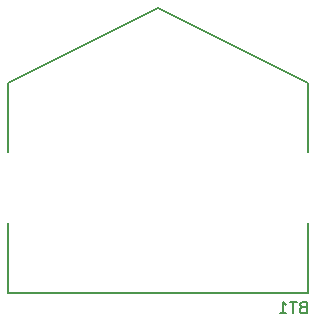
<source format=gbo>
G04 #@! TF.FileFunction,Legend,Bot*
%FSLAX46Y46*%
G04 Gerber Fmt 4.6, Leading zero omitted, Abs format (unit mm)*
G04 Created by KiCad (PCBNEW 4.0.2-stable) date Sunday, June 19, 2016 'PMt' 09:02:22 PM*
%MOMM*%
G01*
G04 APERTURE LIST*
%ADD10C,0.100000*%
%ADD11C,0.150000*%
%ADD12R,4.400000X4.400000*%
%ADD13R,5.900000X5.900000*%
G04 APERTURE END LIST*
D10*
D11*
X152400000Y-109220000D02*
X152400000Y-93980000D01*
X152400000Y-93980000D02*
X139700000Y-87630000D01*
X139700000Y-87630000D02*
X127000000Y-93980000D01*
X127000000Y-93980000D02*
X127000000Y-111760000D01*
X127000000Y-111760000D02*
X152400000Y-111760000D01*
X152400000Y-111760000D02*
X152400000Y-109220000D01*
X151915714Y-112958571D02*
X151772857Y-113006190D01*
X151725238Y-113053810D01*
X151677619Y-113149048D01*
X151677619Y-113291905D01*
X151725238Y-113387143D01*
X151772857Y-113434762D01*
X151868095Y-113482381D01*
X152249048Y-113482381D01*
X152249048Y-112482381D01*
X151915714Y-112482381D01*
X151820476Y-112530000D01*
X151772857Y-112577619D01*
X151725238Y-112672857D01*
X151725238Y-112768095D01*
X151772857Y-112863333D01*
X151820476Y-112910952D01*
X151915714Y-112958571D01*
X152249048Y-112958571D01*
X151391905Y-112482381D02*
X150820476Y-112482381D01*
X151106191Y-113482381D02*
X151106191Y-112482381D01*
X149963333Y-113482381D02*
X150534762Y-113482381D01*
X150249048Y-113482381D02*
X150249048Y-112482381D01*
X150344286Y-112625238D01*
X150439524Y-112720476D01*
X150534762Y-112768095D01*
%LPC*%
D12*
X139700000Y-102870000D03*
D13*
X126900000Y-102870000D03*
X152500000Y-102870000D03*
M02*

</source>
